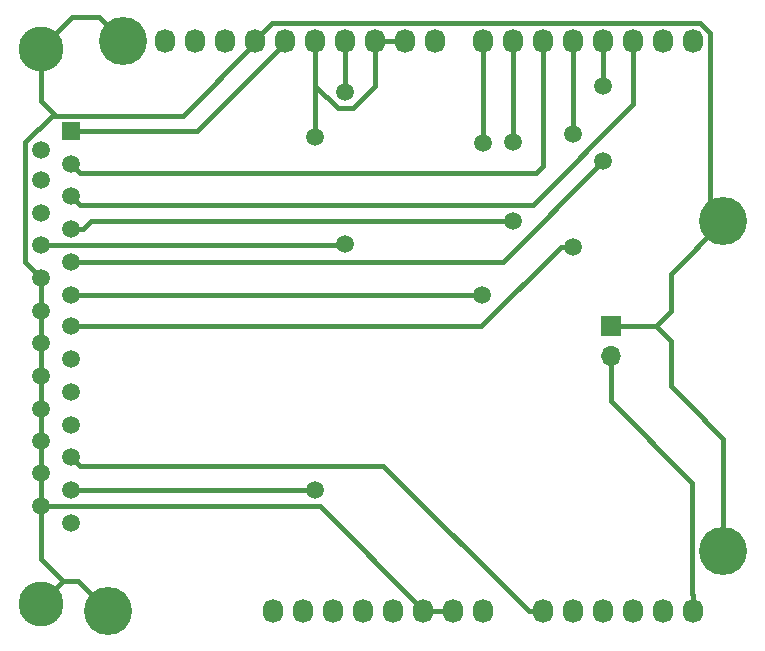
<source format=gbr>
G04 #@! TF.GenerationSoftware,KiCad,Pcbnew,(2017-06-11 revision 44b118f8c)-makepkg*
G04 #@! TF.CreationDate,2017-06-12T04:24:31+02:00*
G04 #@! TF.ProjectId,GRBL_Stepcraft,4752424C5F5374657063726166742E6B,rev?*
G04 #@! TF.FileFunction,Copper,L1,Top,Signal*
G04 #@! TF.FilePolarity,Positive*
%FSLAX46Y46*%
G04 Gerber Fmt 4.6, Leading zero omitted, Abs format (unit mm)*
G04 Created by KiCad (PCBNEW (2017-06-11 revision 44b118f8c)-makepkg) date 06/12/17 04:24:31*
%MOMM*%
%LPD*%
G01*
G04 APERTURE LIST*
%ADD10C,0.100000*%
%ADD11C,1.520000*%
%ADD12R,1.520000X1.520000*%
%ADD13C,3.810000*%
%ADD14O,1.700000X1.700000*%
%ADD15R,1.700000X1.700000*%
%ADD16O,1.727200X2.032000*%
%ADD17C,4.064000*%
%ADD18C,1.500000*%
%ADD19C,0.381000*%
G04 APERTURE END LIST*
D10*
D11*
X48768000Y-65400000D03*
X48768000Y-62610000D03*
X48768000Y-59860000D03*
X48768000Y-57170000D03*
X48768000Y-54330000D03*
X48768000Y-51580000D03*
X48768000Y-48840000D03*
X48768000Y-46050000D03*
X48768000Y-43300000D03*
X48768000Y-40560000D03*
X48768000Y-37760000D03*
X48768000Y-35220000D03*
X51308000Y-66800000D03*
X51308000Y-64000000D03*
X51308000Y-61210000D03*
X51308000Y-58540000D03*
X51308000Y-55750000D03*
X51308000Y-52950000D03*
X51308000Y-50160000D03*
X51308000Y-47490000D03*
X51308000Y-44700000D03*
X51308000Y-41910000D03*
X51308000Y-39110000D03*
X51308000Y-36440000D03*
D12*
X51308000Y-33650000D03*
D13*
X48768000Y-26670000D03*
X48768000Y-73660000D03*
D14*
X97028000Y-52705000D03*
D15*
X97028000Y-50165000D03*
D16*
X68453000Y-74295000D03*
X70993000Y-74295000D03*
X73533000Y-74295000D03*
X76073000Y-74295000D03*
X78613000Y-74295000D03*
X81153000Y-74295000D03*
X83693000Y-74295000D03*
X86233000Y-74295000D03*
X91313000Y-74295000D03*
X93853000Y-74295000D03*
X96393000Y-74295000D03*
X98933000Y-74295000D03*
X101473000Y-74295000D03*
X104013000Y-74295000D03*
X59309000Y-26035000D03*
X61849000Y-26035000D03*
X64389000Y-26035000D03*
X66929000Y-26035000D03*
X69469000Y-26035000D03*
X72009000Y-26035000D03*
X74549000Y-26035000D03*
X77089000Y-26035000D03*
X79629000Y-26035000D03*
X82169000Y-26035000D03*
X86233000Y-26035000D03*
X88773000Y-26035000D03*
X91313000Y-26035000D03*
X93853000Y-26035000D03*
X96393000Y-26035000D03*
X98933000Y-26035000D03*
X101473000Y-26035000D03*
X104013000Y-26035000D03*
D17*
X54483000Y-74295000D03*
X106553000Y-69215000D03*
X55753000Y-26035000D03*
X106553000Y-41275000D03*
D18*
X74549000Y-30353000D03*
X74549000Y-43180000D03*
X72009000Y-64008000D03*
X72009000Y-34163000D03*
X93853000Y-43434000D03*
X93853000Y-33909000D03*
X86106000Y-47498000D03*
X86233000Y-34671000D03*
X96393000Y-29845000D03*
X96393000Y-36195000D03*
X88773000Y-41275000D03*
X88773000Y-34544000D03*
D19*
X103378000Y-56515000D02*
X106553000Y-59690000D01*
X102108000Y-55245000D02*
X103378000Y-56515000D01*
X102108000Y-51435000D02*
X102108000Y-55245000D01*
X100838000Y-50165000D02*
X102108000Y-51435000D01*
X97028000Y-50165000D02*
X100838000Y-50165000D01*
X100838000Y-50165000D02*
X102108000Y-48895000D01*
X102108000Y-48895000D02*
X102108000Y-45720000D01*
X102108000Y-45720000D02*
X106553000Y-41275000D01*
X106553000Y-59690000D02*
X106553000Y-69215000D01*
X105448110Y-38671499D02*
X105448110Y-40170110D01*
X105448110Y-40170110D02*
X106553000Y-41275000D01*
X48768000Y-65400000D02*
X48768000Y-69850000D01*
X48768000Y-69850000D02*
X50673000Y-71755000D01*
X50673000Y-71755000D02*
X51943000Y-71755000D01*
X51943000Y-71755000D02*
X54483000Y-74295000D01*
X48768000Y-73660000D02*
X50673000Y-71755000D01*
X60797901Y-32318499D02*
X50038000Y-32318499D01*
X50038000Y-32318499D02*
X49698879Y-32318499D01*
X48768000Y-31048499D02*
X50038000Y-32318499D01*
X48768000Y-26670000D02*
X48768000Y-31048499D01*
X55753000Y-26035000D02*
X53721001Y-24003001D01*
X53721001Y-24003001D02*
X51434999Y-24003001D01*
X51434999Y-24003001D02*
X50672999Y-24765001D01*
X50672999Y-24765001D02*
X48768000Y-26670000D01*
X105448110Y-25288158D02*
X105448110Y-38671499D01*
X66929000Y-26035000D02*
X66929000Y-25882600D01*
X66929000Y-25882600D02*
X68364110Y-24447490D01*
X68364110Y-24447490D02*
X104607442Y-24447490D01*
X104607442Y-24447490D02*
X105448110Y-25288158D01*
X81153000Y-74295000D02*
X83693000Y-74295000D01*
X48768000Y-65400000D02*
X72410400Y-65400000D01*
X72410400Y-65400000D02*
X81153000Y-74142600D01*
X81153000Y-74142600D02*
X81153000Y-74295000D01*
X48768000Y-46050000D02*
X48768000Y-65400000D01*
X66929000Y-26035000D02*
X66929000Y-26187400D01*
X47436499Y-44718499D02*
X48008001Y-45290001D01*
X66929000Y-26187400D02*
X60797901Y-32318499D01*
X49698879Y-32318499D02*
X47436499Y-34580879D01*
X47436499Y-34580879D02*
X47436499Y-44718499D01*
X48008001Y-45290001D02*
X48768000Y-46050000D01*
X66929000Y-26187400D02*
X63779400Y-29337000D01*
X74549000Y-30353000D02*
X74549000Y-29292340D01*
X74549000Y-29292340D02*
X74549000Y-26035000D01*
X48768000Y-43300000D02*
X74429000Y-43300000D01*
X74429000Y-43300000D02*
X74549000Y-43180000D01*
X72009000Y-27432000D02*
X72009000Y-26035000D01*
X72009000Y-29768822D02*
X72009000Y-27432000D01*
X73914679Y-31674501D02*
X72009000Y-29768822D01*
X75183321Y-31674501D02*
X73914679Y-31674501D01*
X77089000Y-29768822D02*
X75183321Y-31674501D01*
X77089000Y-26035000D02*
X77089000Y-29768822D01*
X72009000Y-64008000D02*
X51316000Y-64008000D01*
X51316000Y-64008000D02*
X51308000Y-64000000D01*
X72009000Y-26035000D02*
X72009000Y-34163000D01*
X77089000Y-26035000D02*
X79629000Y-26035000D01*
X51308000Y-61210000D02*
X52067999Y-61969999D01*
X52067999Y-61969999D02*
X77743399Y-61969999D01*
X77743399Y-61969999D02*
X90068400Y-74295000D01*
X90068400Y-74295000D02*
X91313000Y-74295000D01*
X93853000Y-43434000D02*
X92792340Y-43434000D01*
X52382802Y-50160000D02*
X51308000Y-50160000D01*
X92792340Y-43434000D02*
X86066340Y-50160000D01*
X86066340Y-50160000D02*
X52382802Y-50160000D01*
X93853000Y-26035000D02*
X93853000Y-33909000D01*
X86106000Y-47498000D02*
X51316000Y-47498000D01*
X51316000Y-47498000D02*
X51308000Y-47490000D01*
X86233000Y-26035000D02*
X86233000Y-34671000D01*
X96393000Y-29845000D02*
X96393000Y-26035000D01*
X51308000Y-44700000D02*
X87888000Y-44700000D01*
X87888000Y-44700000D02*
X96393000Y-36195000D01*
X51308000Y-41910000D02*
X52382802Y-41910000D01*
X52382802Y-41910000D02*
X53017802Y-41275000D01*
X53017802Y-41275000D02*
X87712340Y-41275000D01*
X87712340Y-41275000D02*
X88773000Y-41275000D01*
X88773000Y-26035000D02*
X88773000Y-34544000D01*
X88773000Y-31115000D02*
X88773000Y-26035000D01*
X51308000Y-39110000D02*
X52067999Y-39869999D01*
X52067999Y-39869999D02*
X90432001Y-39869999D01*
X90432001Y-39869999D02*
X98933000Y-31369000D01*
X98933000Y-31369000D02*
X98933000Y-26035000D01*
X91313000Y-26035000D02*
X91313000Y-36576000D01*
X91313000Y-36576000D02*
X90689001Y-37199999D01*
X90689001Y-37199999D02*
X52067999Y-37199999D01*
X52067999Y-37199999D02*
X51308000Y-36440000D01*
X51308000Y-33650000D02*
X62006400Y-33650000D01*
X62006400Y-33650000D02*
X69469000Y-26187400D01*
X69469000Y-26187400D02*
X69469000Y-26035000D01*
X97028000Y-56515000D02*
X103949499Y-63436499D01*
X103949499Y-63436499D02*
X103949499Y-72834499D01*
X103949499Y-72834499D02*
X104013000Y-72898000D01*
X104013000Y-72898000D02*
X104013000Y-74295000D01*
X97028000Y-52705000D02*
X97028000Y-56515000D01*
X104013000Y-74142600D02*
X104013000Y-74295000D01*
M02*

</source>
